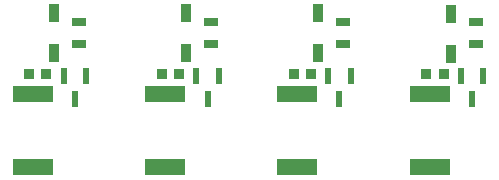
<source format=gbp>
G04*
G04 #@! TF.GenerationSoftware,Altium Limited,Altium Designer,22.0.2 (36)*
G04*
G04 Layer_Color=128*
%FSLAX25Y25*%
%MOIN*%
G70*
G04*
G04 #@! TF.SameCoordinates,341058C5-BC88-46A7-A5D1-CF329328C8C1*
G04*
G04*
G04 #@! TF.FilePolarity,Positive*
G04*
G01*
G75*
%ADD22R,0.03740X0.03740*%
%ADD62R,0.02362X0.05512*%
%ADD64R,0.03347X0.06299*%
%ADD131R,0.05118X0.02756*%
%ADD132R,0.13780X0.05709*%
D22*
X449508Y150000D02*
D03*
X455217D02*
D03*
X361417Y150000D02*
D03*
X367126D02*
D03*
X493799Y149902D02*
D03*
X499508D02*
D03*
X405610Y149996D02*
D03*
X411319D02*
D03*
D62*
X372933Y149016D02*
D03*
X380413D02*
D03*
X376673Y141535D02*
D03*
X417126Y149016D02*
D03*
X424606D02*
D03*
X420866Y141535D02*
D03*
X505315Y149016D02*
D03*
X512795D02*
D03*
X509055Y141535D02*
D03*
X461024Y149016D02*
D03*
X468504D02*
D03*
X464764Y141535D02*
D03*
D64*
X413779Y156688D02*
D03*
Y170074D02*
D03*
X501968Y156595D02*
D03*
Y169980D02*
D03*
X369587Y156693D02*
D03*
Y170079D02*
D03*
X457677Y156693D02*
D03*
Y170079D02*
D03*
D131*
X465945Y167323D02*
D03*
Y159843D02*
D03*
X377854Y167323D02*
D03*
Y159843D02*
D03*
X510236Y167224D02*
D03*
Y159744D02*
D03*
X422047Y167318D02*
D03*
Y159838D02*
D03*
D132*
X362500Y143307D02*
D03*
Y118898D02*
D03*
X406693Y118893D02*
D03*
Y143303D02*
D03*
X494882Y118799D02*
D03*
Y143209D02*
D03*
X450591Y118898D02*
D03*
Y143307D02*
D03*
M02*

</source>
